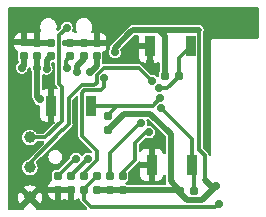
<source format=gbr>
%TF.GenerationSoftware,KiCad,Pcbnew,(6.0.9)*%
%TF.CreationDate,2023-01-31T14:43:12+01:00*%
%TF.ProjectId,keyring_beerclock,6b657972-696e-4675-9f62-656572636c6f,rev?*%
%TF.SameCoordinates,Original*%
%TF.FileFunction,Copper,L2,Bot*%
%TF.FilePolarity,Positive*%
%FSLAX46Y46*%
G04 Gerber Fmt 4.6, Leading zero omitted, Abs format (unit mm)*
G04 Created by KiCad (PCBNEW (6.0.9)) date 2023-01-31 14:43:12*
%MOMM*%
%LPD*%
G01*
G04 APERTURE LIST*
G04 Aperture macros list*
%AMRoundRect*
0 Rectangle with rounded corners*
0 $1 Rounding radius*
0 $2 $3 $4 $5 $6 $7 $8 $9 X,Y pos of 4 corners*
0 Add a 4 corners polygon primitive as box body*
4,1,4,$2,$3,$4,$5,$6,$7,$8,$9,$2,$3,0*
0 Add four circle primitives for the rounded corners*
1,1,$1+$1,$2,$3*
1,1,$1+$1,$4,$5*
1,1,$1+$1,$6,$7*
1,1,$1+$1,$8,$9*
0 Add four rect primitives between the rounded corners*
20,1,$1+$1,$2,$3,$4,$5,0*
20,1,$1+$1,$4,$5,$6,$7,0*
20,1,$1+$1,$6,$7,$8,$9,0*
20,1,$1+$1,$8,$9,$2,$3,0*%
G04 Aperture macros list end*
%TA.AperFunction,SMDPad,CuDef*%
%ADD10C,1.000000*%
%TD*%
%TA.AperFunction,SMDPad,CuDef*%
%ADD11R,0.900000X1.700000*%
%TD*%
%TA.AperFunction,SMDPad,CuDef*%
%ADD12RoundRect,0.160000X-0.197500X-0.160000X0.197500X-0.160000X0.197500X0.160000X-0.197500X0.160000X0*%
%TD*%
%TA.AperFunction,SMDPad,CuDef*%
%ADD13RoundRect,0.160000X-0.160000X0.197500X-0.160000X-0.197500X0.160000X-0.197500X0.160000X0.197500X0*%
%TD*%
%TA.AperFunction,SMDPad,CuDef*%
%ADD14RoundRect,0.160000X0.160000X-0.197500X0.160000X0.197500X-0.160000X0.197500X-0.160000X-0.197500X0*%
%TD*%
%TA.AperFunction,SMDPad,CuDef*%
%ADD15RoundRect,0.155000X0.155000X-0.212500X0.155000X0.212500X-0.155000X0.212500X-0.155000X-0.212500X0*%
%TD*%
%TA.AperFunction,ViaPad*%
%ADD16C,0.700000*%
%TD*%
%TA.AperFunction,Conductor*%
%ADD17C,0.500000*%
%TD*%
%TA.AperFunction,Conductor*%
%ADD18C,0.300000*%
%TD*%
G04 APERTURE END LIST*
D10*
%TO.P,J5,1,Pin_1*%
%TO.N,GND*%
X141500000Y-118780000D03*
%TD*%
%TO.P,J4,1,Pin_1*%
%TO.N,UDPI*%
X141500000Y-116240000D03*
%TD*%
%TO.P,J3,1,Pin_1*%
%TO.N,VCC*%
X141500000Y-113700000D03*
%TD*%
D11*
%TO.P,SW4,2,2*%
%TO.N,GND*%
X143300000Y-111000000D03*
%TO.P,SW4,1,1*%
%TO.N,BTN_MID*%
X146700000Y-111000000D03*
%TD*%
%TO.P,SW3,2,2*%
%TO.N,GND*%
X151800000Y-116000000D03*
%TO.P,SW3,1,1*%
%TO.N,BTN_RIGHT*%
X155200000Y-116000000D03*
%TD*%
%TO.P,SW2,2,2*%
%TO.N,GND*%
X151700000Y-106000000D03*
%TO.P,SW2,1,1*%
%TO.N,BTN_LEFT*%
X155100000Y-106000000D03*
%TD*%
D12*
%TO.P,R6,1*%
%TO.N,+3V3*%
X152902500Y-108500000D03*
%TO.P,R6,2*%
%TO.N,BTN_LEFT*%
X154097500Y-108500000D03*
%TD*%
D13*
%TO.P,R11,2*%
%TO.N,GND*%
X143860000Y-118147500D03*
%TO.P,R11,1*%
%TO.N,/CC1*%
X143860000Y-116952500D03*
%TD*%
%TO.P,R10,2*%
%TO.N,GND*%
X144962000Y-118147500D03*
%TO.P,R10,1*%
%TO.N,/CC2*%
X144962000Y-116952500D03*
%TD*%
%TO.P,R9,1*%
%TO.N,/-Piezo*%
X147164000Y-116952500D03*
%TO.P,R9,2*%
%TO.N,+3V3*%
X147164000Y-118147500D03*
%TD*%
%TO.P,R8,1*%
%TO.N,SENSE*%
X146066000Y-116952500D03*
%TO.P,R8,2*%
%TO.N,/-Piezo*%
X146066000Y-118147500D03*
%TD*%
D12*
%TO.P,R7,1*%
%TO.N,+3V3*%
X154202500Y-118200000D03*
%TO.P,R7,2*%
%TO.N,BTN_RIGHT*%
X155397500Y-118200000D03*
%TD*%
D14*
%TO.P,R5,1*%
%TO.N,+3V3*%
X148100000Y-113097500D03*
%TO.P,R5,2*%
%TO.N,BTN_MID*%
X148100000Y-111902500D03*
%TD*%
%TO.P,R4,2*%
%TO.N,SDA*%
X149368000Y-116952500D03*
%TO.P,R4,1*%
%TO.N,+3V3*%
X149368000Y-118147500D03*
%TD*%
%TO.P,R3,2*%
%TO.N,SCL*%
X148270000Y-116952500D03*
%TO.P,R3,1*%
%TO.N,+3V3*%
X148270000Y-118147500D03*
%TD*%
%TO.P,R1,2*%
%TO.N,GND*%
X140978000Y-105632500D03*
%TO.P,R1,1*%
%TO.N,/CRG_PROG*%
X140978000Y-106827500D03*
%TD*%
D15*
%TO.P,C10,2*%
%TO.N,GND*%
X144924000Y-105682500D03*
%TO.P,C10,1*%
%TO.N,+3V3*%
X144924000Y-106817500D03*
%TD*%
%TO.P,C8,2*%
%TO.N,GND*%
X147160000Y-105682500D03*
%TO.P,C8,1*%
%TO.N,/bypass*%
X147160000Y-106817500D03*
%TD*%
%TO.P,C7,2*%
%TO.N,GND*%
X142106000Y-105682500D03*
%TO.P,C7,1*%
%TO.N,/BAT+*%
X142106000Y-106817500D03*
%TD*%
%TO.P,C4,1*%
%TO.N,/VBUS*%
X143250000Y-106817500D03*
%TO.P,C4,2*%
%TO.N,GND*%
X143250000Y-105682500D03*
%TD*%
%TO.P,C3,2*%
%TO.N,GND*%
X146042000Y-105682500D03*
%TO.P,C3,1*%
%TO.N,/PWR_IN*%
X146042000Y-106817500D03*
%TD*%
D16*
%TO.N,GND*%
X156500000Y-109700000D03*
X151700000Y-107300000D03*
X153500000Y-103000000D03*
X152400000Y-103000000D03*
X151300000Y-103000000D03*
%TO.N,/BAT+*%
X142058148Y-107786248D03*
%TO.N,/VBUS*%
X142900000Y-107900000D03*
%TO.N,/BAT+*%
X142350499Y-110488624D03*
%TO.N,/CRG_PROG*%
X140800000Y-107800000D03*
%TO.N,GND*%
X142182062Y-112519647D03*
X150300000Y-116900000D03*
X140700000Y-117000000D03*
X145000000Y-119300000D03*
%TO.N,+3V3*%
X148690249Y-106509751D03*
X144599500Y-107799750D03*
X157282868Y-117795000D03*
%TO.N,VCC*%
X144600000Y-104400000D03*
%TO.N,/bypass*%
X146564798Y-108149000D03*
%TO.N,/PWR_IN*%
X145500000Y-108149000D03*
%TO.N,/-Piezo*%
X157500000Y-119300000D03*
%TO.N,/CC2*%
X146390734Y-115490734D03*
%TO.N,/CC1*%
X145400000Y-115500000D03*
%TO.N,SENSE*%
X147800000Y-108700000D03*
%TO.N,BTN_RIGHT*%
X152605368Y-111242943D03*
%TO.N,BTN_MID*%
X152500000Y-110400000D03*
%TO.N,BTN_LEFT*%
X152399500Y-109556463D03*
%TO.N,UDPI*%
X151800000Y-108900000D03*
%TO.N,SCL*%
X150900000Y-112500000D03*
%TO.N,SDA*%
X151600000Y-113250498D03*
%TD*%
D17*
%TO.N,+3V3*%
X155800000Y-104600000D02*
X152400000Y-104600000D01*
D18*
X155850000Y-114750000D02*
X156300000Y-115200000D01*
X155850000Y-104650000D02*
X155850000Y-114750000D01*
X156300000Y-115200000D02*
X156300000Y-117300000D01*
X155800000Y-104600000D02*
X155850000Y-104650000D01*
D17*
X148690249Y-106509751D02*
X148690249Y-106109751D01*
X148690249Y-106109751D02*
X150000000Y-104800000D01*
%TO.N,/BAT+*%
X142071900Y-107800000D02*
X142058148Y-107786248D01*
X142100000Y-107800000D02*
X142071900Y-107800000D01*
X142100000Y-107800000D02*
X142100000Y-106823500D01*
X142100000Y-110238125D02*
X142100000Y-107800000D01*
D18*
%TO.N,+3V3*%
X144546944Y-107194556D02*
X144924000Y-106817500D01*
X144546944Y-107747194D02*
X144546944Y-107194556D01*
X144599500Y-107799750D02*
X144546944Y-107747194D01*
D17*
%TO.N,/bypass*%
X146653943Y-108149000D02*
X147160000Y-107642943D01*
X146564798Y-108149000D02*
X146653943Y-108149000D01*
X147160000Y-107642943D02*
X147160000Y-106817500D01*
%TO.N,/PWR_IN*%
X146042000Y-107097339D02*
X146042000Y-106817500D01*
X145500000Y-108149000D02*
X145500000Y-107639339D01*
X145500000Y-107639339D02*
X146042000Y-107097339D01*
%TO.N,/VBUS*%
X142900000Y-107900000D02*
X142900000Y-107167500D01*
X142900000Y-107167500D02*
X143250000Y-106817500D01*
%TO.N,/BAT+*%
X142100000Y-106823500D02*
X142106000Y-106817500D01*
X142350499Y-110488624D02*
X142100000Y-110238125D01*
%TO.N,/CRG_PROG*%
X140978000Y-107622000D02*
X140800000Y-107800000D01*
X140978000Y-106827500D02*
X140978000Y-107622000D01*
D18*
%TO.N,UDPI*%
X150700000Y-107800000D02*
X151800000Y-108900000D01*
X147150000Y-108430761D02*
X147780761Y-107800000D01*
X147780761Y-107800000D02*
X150700000Y-107800000D01*
X147150000Y-109050000D02*
X147150000Y-108430761D01*
X145913604Y-109250000D02*
X146950000Y-109250000D01*
X144800000Y-112600000D02*
X144800000Y-110363604D01*
X144800000Y-110363604D02*
X145913604Y-109250000D01*
X144240000Y-113100000D02*
X144300000Y-113100000D01*
X144300000Y-113100000D02*
X144800000Y-112600000D01*
X141500000Y-116240000D02*
X141500000Y-115840000D01*
X146950000Y-109250000D02*
X147150000Y-109050000D01*
X141500000Y-115840000D02*
X144240000Y-113100000D01*
%TO.N,VCC*%
X142800000Y-113700000D02*
X141500000Y-113700000D01*
X144200000Y-109400000D02*
X144200000Y-112300000D01*
X143950000Y-105050000D02*
X143950000Y-109150000D01*
X143950000Y-109150000D02*
X144200000Y-109400000D01*
X144200000Y-112300000D02*
X142800000Y-113700000D01*
X144600000Y-104400000D02*
X143950000Y-105050000D01*
%TO.N,/CC1*%
X145400000Y-115500000D02*
X145312500Y-115500000D01*
X145312500Y-115500000D02*
X143860000Y-116952500D01*
%TO.N,/CC2*%
X146390734Y-115490734D02*
X144962000Y-116919468D01*
X144962000Y-116919468D02*
X144962000Y-116952500D01*
D17*
%TO.N,+3V3*%
X156300000Y-117300000D02*
X156795000Y-117795000D01*
X156795000Y-117795000D02*
X157282868Y-117795000D01*
X152400000Y-104600000D02*
X150200000Y-104600000D01*
X150200000Y-104600000D02*
X150000000Y-104800000D01*
X152902500Y-105102500D02*
X152400000Y-104600000D01*
X152902500Y-108500000D02*
X152902500Y-105102500D01*
X149497500Y-111700000D02*
X148100000Y-113097500D01*
X151700000Y-111700000D02*
X149497500Y-111700000D01*
X153400000Y-117397500D02*
X153400000Y-113400000D01*
X153400000Y-113400000D02*
X151700000Y-111700000D01*
X154202500Y-118200000D02*
X153400000Y-117397500D01*
X154202500Y-118402500D02*
X154202500Y-118200000D01*
X156077868Y-119000000D02*
X154800000Y-119000000D01*
X157282868Y-117795000D02*
X156077868Y-119000000D01*
X154800000Y-119000000D02*
X154202500Y-118402500D01*
X154150000Y-118147500D02*
X154202500Y-118200000D01*
X149368000Y-118147500D02*
X154150000Y-118147500D01*
D18*
%TO.N,BTN_RIGHT*%
X155397500Y-116197500D02*
X155200000Y-116000000D01*
X155397500Y-118200000D02*
X155397500Y-116197500D01*
%TO.N,/-Piezo*%
X146700000Y-119600000D02*
X146066000Y-118966000D01*
X157200000Y-119600000D02*
X146700000Y-119600000D01*
X146066000Y-118966000D02*
X146066000Y-118147500D01*
X157500000Y-119300000D02*
X157200000Y-119600000D01*
%TO.N,SENSE*%
X146066000Y-116734000D02*
X146066000Y-116952500D01*
X147166000Y-115634000D02*
X146066000Y-116734000D01*
X147166000Y-114866000D02*
X147166000Y-115634000D01*
X146100000Y-109700000D02*
X145900000Y-109900000D01*
X147500000Y-109700000D02*
X146100000Y-109700000D01*
X145900000Y-113600000D02*
X147166000Y-114866000D01*
X147800000Y-109400000D02*
X147500000Y-109700000D01*
X147800000Y-108700000D02*
X147800000Y-109400000D01*
X145900000Y-109900000D02*
X145900000Y-113600000D01*
%TO.N,BTN_MID*%
X148100000Y-111800000D02*
X148100000Y-111902500D01*
X148900000Y-111000000D02*
X148100000Y-111800000D01*
X148900000Y-111000000D02*
X151900000Y-111000000D01*
X146700000Y-111000000D02*
X148900000Y-111000000D01*
D17*
%TO.N,+3V3*%
X149368000Y-118147500D02*
X148270000Y-118147500D01*
X147164000Y-118147500D02*
X148270000Y-118147500D01*
D18*
%TO.N,/-Piezo*%
X146066000Y-118050500D02*
X147164000Y-116952500D01*
X146066000Y-118147500D02*
X146066000Y-118050500D01*
%TO.N,BTN_LEFT*%
X154097500Y-107002500D02*
X155100000Y-106000000D01*
X154097500Y-108500000D02*
X154097500Y-107002500D01*
X153143537Y-109556463D02*
X152399500Y-109556463D01*
X154097500Y-108602500D02*
X153143537Y-109556463D01*
X154097500Y-108500000D02*
X154097500Y-108602500D01*
%TO.N,BTN_MID*%
X151900000Y-111000000D02*
X152500000Y-110400000D01*
%TO.N,BTN_RIGHT*%
X155200000Y-113837575D02*
X152605368Y-111242943D01*
X155200000Y-116000000D02*
X155200000Y-113837575D01*
%TO.N,SDA*%
X150400000Y-114200000D02*
X151349502Y-113250498D01*
X150400000Y-115600000D02*
X150400000Y-114200000D01*
X149368000Y-116632000D02*
X150400000Y-115600000D01*
X149368000Y-116952500D02*
X149368000Y-116632000D01*
X151349502Y-113250498D02*
X151600000Y-113250498D01*
%TO.N,SCL*%
X150800000Y-112500000D02*
X150900000Y-112500000D01*
X148270000Y-115030000D02*
X150800000Y-112500000D01*
X148270000Y-116952500D02*
X148270000Y-115030000D01*
%TD*%
%TA.AperFunction,Conductor*%
%TO.N,GND*%
G36*
X160791621Y-102670502D02*
G01*
X160838114Y-102724158D01*
X160849500Y-102776500D01*
X160849500Y-105223500D01*
X160829498Y-105291621D01*
X160775842Y-105338114D01*
X160723500Y-105349500D01*
X157036402Y-105349500D01*
X157028685Y-105348484D01*
X157016022Y-105348484D01*
X157000000Y-105344191D01*
X156983978Y-105348484D01*
X156980186Y-105349500D01*
X156938120Y-105360771D01*
X156938119Y-105360772D01*
X156922096Y-105365065D01*
X156865065Y-105422095D01*
X156844191Y-105500000D01*
X156848484Y-105516022D01*
X156848484Y-105528685D01*
X156849500Y-105536402D01*
X156849500Y-115125237D01*
X156829498Y-115193358D01*
X156775842Y-115239851D01*
X156705568Y-115249955D01*
X156640988Y-115220461D01*
X156602604Y-115160735D01*
X156600583Y-115152937D01*
X156598662Y-115144414D01*
X156598226Y-115132792D01*
X156593636Y-115122108D01*
X156592599Y-115117507D01*
X156589038Y-115105786D01*
X156587339Y-115101383D01*
X156585209Y-115089947D01*
X156572272Y-115068959D01*
X156563769Y-115052589D01*
X156557549Y-115038112D01*
X156557547Y-115038108D01*
X156554036Y-115029937D01*
X156550022Y-115025051D01*
X156547837Y-115022866D01*
X156545785Y-115020603D01*
X156545945Y-115020458D01*
X156538825Y-115011451D01*
X156532573Y-115004556D01*
X156526468Y-114994652D01*
X156504680Y-114978084D01*
X156491861Y-114966890D01*
X156187405Y-114662434D01*
X156153379Y-114600122D01*
X156150500Y-114573339D01*
X156150500Y-104824532D01*
X156164233Y-104767329D01*
X156181145Y-104734137D01*
X156185646Y-104725304D01*
X156188604Y-104706631D01*
X156203941Y-104609793D01*
X156205492Y-104600000D01*
X156197921Y-104552196D01*
X156187197Y-104484487D01*
X156187196Y-104484485D01*
X156185646Y-104474696D01*
X156128050Y-104361658D01*
X156038342Y-104271950D01*
X155925304Y-104214354D01*
X155915515Y-104212804D01*
X155915513Y-104212803D01*
X155888151Y-104208470D01*
X155831519Y-104199500D01*
X150136567Y-104199500D01*
X150127136Y-104202564D01*
X150127132Y-104202565D01*
X150115647Y-104206297D01*
X150096422Y-104210913D01*
X150084488Y-104212803D01*
X150084487Y-104212803D01*
X150074696Y-104214354D01*
X150065863Y-104218855D01*
X150065859Y-104218856D01*
X150055092Y-104224342D01*
X150036832Y-104231906D01*
X150015911Y-104238704D01*
X150007888Y-104244533D01*
X149998113Y-104251635D01*
X149981258Y-104261963D01*
X149970499Y-104267445D01*
X149970497Y-104267446D01*
X149961658Y-104271950D01*
X149939095Y-104294513D01*
X149939091Y-104294516D01*
X148384765Y-105848842D01*
X148384762Y-105848846D01*
X148362199Y-105871409D01*
X148357695Y-105880249D01*
X148352214Y-105891006D01*
X148341888Y-105907858D01*
X148328953Y-105925661D01*
X148322156Y-105946581D01*
X148314590Y-105964845D01*
X148309105Y-105975610D01*
X148309104Y-105975614D01*
X148304603Y-105984447D01*
X148303052Y-105994238D01*
X148303052Y-105994239D01*
X148301162Y-106006173D01*
X148296546Y-106025398D01*
X148292814Y-106036883D01*
X148292813Y-106036887D01*
X148289749Y-106046318D01*
X148289749Y-106163095D01*
X148269856Y-106229613D01*
X148267626Y-106232139D01*
X148206696Y-106361914D01*
X148205315Y-106370786D01*
X148192742Y-106451539D01*
X148184640Y-106503574D01*
X148185804Y-106512476D01*
X148185804Y-106512479D01*
X148192900Y-106566743D01*
X148203229Y-106645730D01*
X148260969Y-106776954D01*
X148266746Y-106783827D01*
X148266747Y-106783828D01*
X148325681Y-106853939D01*
X148353219Y-106886699D01*
X148412891Y-106926420D01*
X148456661Y-106955556D01*
X148472562Y-106966141D01*
X148609406Y-107008893D01*
X148618378Y-107009057D01*
X148618381Y-107009058D01*
X148683712Y-107010255D01*
X148752748Y-107011521D01*
X148761782Y-107009058D01*
X148882407Y-106976172D01*
X148882409Y-106976171D01*
X148891066Y-106973811D01*
X149013240Y-106898796D01*
X149016976Y-106894669D01*
X150742001Y-106894669D01*
X150742371Y-106901490D01*
X150747895Y-106952352D01*
X150751521Y-106967604D01*
X150796676Y-107088054D01*
X150805214Y-107103649D01*
X150881715Y-107205724D01*
X150894276Y-107218285D01*
X150996351Y-107294786D01*
X151011946Y-107303324D01*
X151132394Y-107348478D01*
X151147649Y-107352105D01*
X151198514Y-107357631D01*
X151205328Y-107358000D01*
X151427885Y-107358000D01*
X151443124Y-107353525D01*
X151444329Y-107352135D01*
X151446000Y-107344452D01*
X151446000Y-106272115D01*
X151441525Y-106256876D01*
X151440135Y-106255671D01*
X151432452Y-106254000D01*
X150760116Y-106254000D01*
X150744877Y-106258475D01*
X150743672Y-106259865D01*
X150742001Y-106267548D01*
X150742001Y-106894669D01*
X149016976Y-106894669D01*
X149044078Y-106864727D01*
X149103427Y-106799158D01*
X149109449Y-106792505D01*
X149171959Y-106663484D01*
X149195745Y-106522105D01*
X149195896Y-106509751D01*
X149175572Y-106367833D01*
X149171859Y-106359666D01*
X149171857Y-106359660D01*
X149156390Y-106325642D01*
X149146404Y-106255351D01*
X149176005Y-106190820D01*
X149181996Y-106184397D01*
X150328988Y-105037405D01*
X150391300Y-105003379D01*
X150418083Y-105000500D01*
X150616000Y-105000500D01*
X150684121Y-105020502D01*
X150730614Y-105074158D01*
X150742000Y-105126500D01*
X150742000Y-105727885D01*
X150746475Y-105743124D01*
X150747865Y-105744329D01*
X150755548Y-105746000D01*
X151828000Y-105746000D01*
X151896121Y-105766002D01*
X151942614Y-105819658D01*
X151954000Y-105872000D01*
X151954000Y-107339884D01*
X151958475Y-107355123D01*
X151959865Y-107356328D01*
X151967548Y-107357999D01*
X152194669Y-107357999D01*
X152201490Y-107357629D01*
X152252352Y-107352105D01*
X152267603Y-107348479D01*
X152331770Y-107324424D01*
X152402577Y-107319241D01*
X152464946Y-107353162D01*
X152499076Y-107415417D01*
X152502000Y-107442406D01*
X152502000Y-108051677D01*
X152481998Y-108119798D01*
X152465172Y-108140695D01*
X152452585Y-108153304D01*
X152452583Y-108153306D01*
X152444365Y-108161539D01*
X152439663Y-108172175D01*
X152439661Y-108172178D01*
X152417419Y-108222488D01*
X152397594Y-108267332D01*
X152394500Y-108293871D01*
X152394500Y-108483888D01*
X152374498Y-108552009D01*
X152320842Y-108598502D01*
X152250568Y-108608606D01*
X152185988Y-108579112D01*
X152173047Y-108566136D01*
X152159068Y-108549913D01*
X152132400Y-108518963D01*
X152012095Y-108440985D01*
X151874739Y-108399907D01*
X151865763Y-108399852D01*
X151865762Y-108399852D01*
X151826987Y-108399615D01*
X151775694Y-108399302D01*
X151707698Y-108378884D01*
X151687370Y-108362399D01*
X150949519Y-107624548D01*
X150947763Y-107622514D01*
X150945425Y-107617731D01*
X150909523Y-107584427D01*
X150906118Y-107581147D01*
X150892723Y-107567752D01*
X150888753Y-107565028D01*
X150886105Y-107562703D01*
X150871881Y-107549508D01*
X150871878Y-107549506D01*
X150863354Y-107541599D01*
X150852550Y-107537289D01*
X150848561Y-107534767D01*
X150837773Y-107529006D01*
X150833448Y-107527089D01*
X150823854Y-107520508D01*
X150812535Y-107517822D01*
X150812533Y-107517821D01*
X150799873Y-107514817D01*
X150782276Y-107509252D01*
X150767638Y-107503412D01*
X150767635Y-107503411D01*
X150759378Y-107500117D01*
X150753085Y-107499500D01*
X150750006Y-107499500D01*
X150746933Y-107499350D01*
X150746944Y-107499134D01*
X150735569Y-107497802D01*
X150726254Y-107497346D01*
X150714934Y-107494660D01*
X150703405Y-107496229D01*
X150703404Y-107496229D01*
X150687827Y-107498349D01*
X150670836Y-107499500D01*
X147833127Y-107499500D01*
X147830454Y-107499304D01*
X147825419Y-107497575D01*
X147813797Y-107498011D01*
X147813795Y-107498011D01*
X147776506Y-107499411D01*
X147771780Y-107499500D01*
X147752813Y-107499500D01*
X147748078Y-107500382D01*
X147744552Y-107500610D01*
X147725181Y-107501337D01*
X147725179Y-107501337D01*
X147713553Y-107501774D01*
X147709509Y-107503512D01*
X147643348Y-107499274D01*
X147586197Y-107457152D01*
X147560891Y-107390819D01*
X147560500Y-107380894D01*
X147560500Y-107256797D01*
X147575756Y-107207495D01*
X147571439Y-107205587D01*
X147576143Y-107194946D01*
X147617456Y-107101498D01*
X147620500Y-107075390D01*
X147620500Y-106559610D01*
X147621462Y-106559610D01*
X147636463Y-106494509D01*
X147681029Y-106448473D01*
X147720598Y-106424509D01*
X147732473Y-106415197D01*
X147835197Y-106312473D01*
X147844504Y-106300604D01*
X147919765Y-106176334D01*
X147925971Y-106162589D01*
X147969685Y-106023096D01*
X147972298Y-106010046D01*
X147977537Y-105953038D01*
X147973525Y-105939376D01*
X147972135Y-105938171D01*
X147964452Y-105936500D01*
X144376500Y-105936500D01*
X144308379Y-105916498D01*
X144261886Y-105862842D01*
X144250500Y-105810500D01*
X144250500Y-105554500D01*
X144270502Y-105486379D01*
X144324158Y-105439886D01*
X144376500Y-105428500D01*
X146887885Y-105428500D01*
X146903124Y-105424025D01*
X146904329Y-105422635D01*
X146906000Y-105414952D01*
X146906000Y-105410385D01*
X147414000Y-105410385D01*
X147418475Y-105425624D01*
X147419865Y-105426829D01*
X147427548Y-105428500D01*
X147959885Y-105428500D01*
X147975124Y-105424025D01*
X147976329Y-105422635D01*
X147977813Y-105415814D01*
X147977734Y-105414112D01*
X147972298Y-105354954D01*
X147969685Y-105341904D01*
X147925971Y-105202411D01*
X147919765Y-105188666D01*
X147844504Y-105064396D01*
X147835197Y-105052527D01*
X147732473Y-104949803D01*
X147720604Y-104940496D01*
X147596334Y-104865235D01*
X147582589Y-104859029D01*
X147443088Y-104815313D01*
X147431497Y-104812991D01*
X147417165Y-104815806D01*
X147414000Y-104827702D01*
X147414000Y-105410385D01*
X146906000Y-105410385D01*
X146906000Y-104829342D01*
X146901729Y-104814797D01*
X146889698Y-104812752D01*
X146876909Y-104815313D01*
X146819506Y-104833302D01*
X146748521Y-104834586D01*
X146688111Y-104797289D01*
X146657455Y-104733252D01*
X146666287Y-104662807D01*
X146670474Y-104654109D01*
X146715222Y-104569596D01*
X146715226Y-104569586D01*
X146718776Y-104562881D01*
X146760081Y-104398441D01*
X146760228Y-104370491D01*
X146760767Y-104267445D01*
X146760969Y-104228895D01*
X146756280Y-104209362D01*
X146723161Y-104071417D01*
X146721388Y-104064032D01*
X146693573Y-104010140D01*
X146647108Y-103920117D01*
X146647108Y-103920116D01*
X146643625Y-103913369D01*
X146638313Y-103907279D01*
X146537163Y-103791329D01*
X146532169Y-103785604D01*
X146473649Y-103744475D01*
X146399670Y-103692482D01*
X146399668Y-103692481D01*
X146393453Y-103688113D01*
X146235487Y-103626524D01*
X146227954Y-103625532D01*
X146227953Y-103625532D01*
X146110261Y-103610038D01*
X146110260Y-103610038D01*
X146106174Y-103609500D01*
X146017484Y-103609500D01*
X145891680Y-103624724D01*
X145733077Y-103684655D01*
X145593349Y-103780688D01*
X145588297Y-103786358D01*
X145588296Y-103786359D01*
X145485612Y-103901608D01*
X145485610Y-103901612D01*
X145480560Y-103907279D01*
X145477008Y-103913988D01*
X145477007Y-103913989D01*
X145461532Y-103943217D01*
X145401224Y-104057119D01*
X145359919Y-104221559D01*
X145359031Y-104391105D01*
X145360805Y-104398492D01*
X145360805Y-104398496D01*
X145388179Y-104512511D01*
X145398612Y-104555968D01*
X145402094Y-104562715D01*
X145402097Y-104562722D01*
X145456764Y-104668636D01*
X145470234Y-104738343D01*
X145443879Y-104804266D01*
X145386067Y-104845476D01*
X145315152Y-104848889D01*
X145307121Y-104846661D01*
X145207090Y-104815314D01*
X145194046Y-104812702D01*
X145147580Y-104808432D01*
X145081575Y-104782281D01*
X145040187Y-104724596D01*
X145036555Y-104653693D01*
X145045717Y-104628023D01*
X145077795Y-104561814D01*
X145077795Y-104561813D01*
X145081710Y-104553733D01*
X145105496Y-104412354D01*
X145105647Y-104400000D01*
X145090541Y-104294516D01*
X145086596Y-104266968D01*
X145086595Y-104266965D01*
X145085323Y-104258082D01*
X145076513Y-104238704D01*
X145059040Y-104200275D01*
X145025984Y-104127572D01*
X145007598Y-104106234D01*
X144938260Y-104025763D01*
X144938257Y-104025760D01*
X144932400Y-104018963D01*
X144812095Y-103940985D01*
X144674739Y-103899907D01*
X144665763Y-103899852D01*
X144665762Y-103899852D01*
X144605555Y-103899484D01*
X144531376Y-103899031D01*
X144393529Y-103938428D01*
X144272280Y-104014930D01*
X144177377Y-104122388D01*
X144116447Y-104252163D01*
X144114142Y-104266968D01*
X144098024Y-104370491D01*
X144094391Y-104393823D01*
X144095959Y-104405810D01*
X144096383Y-104409052D01*
X144085384Y-104479192D01*
X144060542Y-104514487D01*
X143942727Y-104632302D01*
X143880415Y-104666328D01*
X143809600Y-104661263D01*
X143752764Y-104618716D01*
X143727953Y-104552196D01*
X143731428Y-104512511D01*
X143743146Y-104465863D01*
X143760081Y-104398441D01*
X143760228Y-104370491D01*
X143760767Y-104267445D01*
X143760969Y-104228895D01*
X143756280Y-104209362D01*
X143723161Y-104071417D01*
X143721388Y-104064032D01*
X143693573Y-104010140D01*
X143647108Y-103920117D01*
X143647108Y-103920116D01*
X143643625Y-103913369D01*
X143638313Y-103907279D01*
X143537163Y-103791329D01*
X143532169Y-103785604D01*
X143473649Y-103744475D01*
X143399670Y-103692482D01*
X143399668Y-103692481D01*
X143393453Y-103688113D01*
X143235487Y-103626524D01*
X143227954Y-103625532D01*
X143227953Y-103625532D01*
X143110261Y-103610038D01*
X143110260Y-103610038D01*
X143106174Y-103609500D01*
X143017484Y-103609500D01*
X142891680Y-103624724D01*
X142733077Y-103684655D01*
X142593349Y-103780688D01*
X142588297Y-103786358D01*
X142588296Y-103786359D01*
X142485612Y-103901608D01*
X142485610Y-103901612D01*
X142480560Y-103907279D01*
X142477008Y-103913988D01*
X142477007Y-103913989D01*
X142461532Y-103943217D01*
X142401224Y-104057119D01*
X142359919Y-104221559D01*
X142359031Y-104391105D01*
X142360805Y-104398492D01*
X142360805Y-104398496D01*
X142388179Y-104512511D01*
X142398612Y-104555968D01*
X142402093Y-104562712D01*
X142402094Y-104562715D01*
X142440166Y-104636477D01*
X142453635Y-104706184D01*
X142427280Y-104772108D01*
X142369467Y-104813317D01*
X142363519Y-104814924D01*
X142363359Y-104815077D01*
X142360000Y-104827702D01*
X142360000Y-105410385D01*
X142364475Y-105425624D01*
X142365865Y-105426829D01*
X142373548Y-105428500D01*
X143523500Y-105428500D01*
X143591621Y-105448502D01*
X143638114Y-105502158D01*
X143649500Y-105554500D01*
X143649500Y-105810500D01*
X143629498Y-105878621D01*
X143575842Y-105925114D01*
X143523500Y-105936500D01*
X141344905Y-105936500D01*
X141276784Y-105916498D01*
X141262393Y-105905725D01*
X141242135Y-105888171D01*
X141234452Y-105886500D01*
X140168402Y-105886500D01*
X140153857Y-105890771D01*
X140151794Y-105902904D01*
X140155751Y-105945973D01*
X140158361Y-105959006D01*
X140202439Y-106099661D01*
X140208645Y-106113406D01*
X140284533Y-106238711D01*
X140293840Y-106250580D01*
X140397420Y-106354160D01*
X140409292Y-106363470D01*
X140462037Y-106395413D01*
X140509944Y-106447810D01*
X140521917Y-106517790D01*
X140516056Y-106539291D01*
X140516917Y-106539526D01*
X140514425Y-106548666D01*
X140510594Y-106557332D01*
X140507500Y-106583871D01*
X140507501Y-107071128D01*
X140510722Y-107098204D01*
X140514562Y-107106849D01*
X140552749Y-107192820D01*
X140557302Y-107203071D01*
X140557303Y-107203074D01*
X140557677Y-107203915D01*
X140557578Y-107203959D01*
X140577500Y-107268121D01*
X140577500Y-107279056D01*
X140557498Y-107347177D01*
X140518736Y-107385617D01*
X140479873Y-107410138D01*
X140479868Y-107410143D01*
X140472280Y-107414930D01*
X140377377Y-107522388D01*
X140316447Y-107652163D01*
X140309660Y-107695757D01*
X140297207Y-107775738D01*
X140294391Y-107793823D01*
X140295555Y-107802725D01*
X140295555Y-107802728D01*
X140302356Y-107854737D01*
X140312980Y-107935979D01*
X140316597Y-107944199D01*
X140363858Y-108051607D01*
X140370720Y-108067203D01*
X140376497Y-108074076D01*
X140376498Y-108074077D01*
X140415522Y-108120502D01*
X140462970Y-108176948D01*
X140488198Y-108193741D01*
X140563526Y-108243884D01*
X140582313Y-108256390D01*
X140719157Y-108299142D01*
X140728129Y-108299306D01*
X140728132Y-108299307D01*
X140793463Y-108300504D01*
X140862499Y-108301770D01*
X140872080Y-108299158D01*
X140992158Y-108266421D01*
X140992160Y-108266420D01*
X141000817Y-108264060D01*
X141122991Y-108189045D01*
X141138676Y-108171717D01*
X141213178Y-108089407D01*
X141219200Y-108082754D01*
X141276710Y-107964053D01*
X141277795Y-107961814D01*
X141277795Y-107961813D01*
X141281710Y-107953733D01*
X141288672Y-107912354D01*
X141290488Y-107901560D01*
X141307486Y-107861073D01*
X141306050Y-107860342D01*
X141316035Y-107840745D01*
X141326361Y-107823893D01*
X141337028Y-107809211D01*
X141393249Y-107765860D01*
X141463985Y-107759785D01*
X141526777Y-107792917D01*
X141561688Y-107854737D01*
X141563898Y-107866937D01*
X141571128Y-107922227D01*
X141628868Y-108053451D01*
X141669952Y-108102326D01*
X141698472Y-108167340D01*
X141699500Y-108183400D01*
X141699500Y-110301558D01*
X141702564Y-110310989D01*
X141702565Y-110310993D01*
X141706297Y-110322478D01*
X141710913Y-110341703D01*
X141714354Y-110363429D01*
X141718855Y-110372262D01*
X141718856Y-110372266D01*
X141724341Y-110383031D01*
X141731905Y-110401291D01*
X141738704Y-110422215D01*
X141751639Y-110440018D01*
X141761965Y-110456870D01*
X141771950Y-110476467D01*
X141794513Y-110499030D01*
X141794516Y-110499034D01*
X141824676Y-110529194D01*
X141858702Y-110591506D01*
X141860517Y-110601950D01*
X141863479Y-110624603D01*
X141921219Y-110755827D01*
X142013469Y-110865572D01*
X142132812Y-110945014D01*
X142253577Y-110982743D01*
X142312630Y-111022146D01*
X142341008Y-111087225D01*
X142342000Y-111103008D01*
X142342001Y-111894669D01*
X142342371Y-111901490D01*
X142347895Y-111952352D01*
X142351521Y-111967604D01*
X142396676Y-112088054D01*
X142405214Y-112103649D01*
X142481715Y-112205724D01*
X142494276Y-112218285D01*
X142596351Y-112294786D01*
X142611946Y-112303324D01*
X142732394Y-112348478D01*
X142747649Y-112352105D01*
X142798514Y-112357631D01*
X142805328Y-112358000D01*
X143027885Y-112358000D01*
X143043124Y-112353525D01*
X143044329Y-112352135D01*
X143046000Y-112344452D01*
X143046000Y-109660116D01*
X143041525Y-109644877D01*
X143040135Y-109643672D01*
X143032452Y-109642001D01*
X142805331Y-109642001D01*
X142798510Y-109642371D01*
X142747648Y-109647895D01*
X142732397Y-109651521D01*
X142670730Y-109674639D01*
X142599923Y-109679822D01*
X142537554Y-109645902D01*
X142503425Y-109583646D01*
X142500500Y-109556657D01*
X142500500Y-108467957D01*
X142520502Y-108399836D01*
X142574158Y-108353343D01*
X142644432Y-108343239D01*
X142677673Y-108353301D01*
X142682313Y-108356390D01*
X142819157Y-108399142D01*
X142828129Y-108399306D01*
X142828132Y-108399307D01*
X142893463Y-108400504D01*
X142962499Y-108401770D01*
X142971533Y-108399307D01*
X143092158Y-108366421D01*
X143092160Y-108366420D01*
X143100817Y-108364060D01*
X143222991Y-108289045D01*
X143234630Y-108276187D01*
X143313178Y-108189407D01*
X143319200Y-108182754D01*
X143365310Y-108087582D01*
X143377795Y-108061814D01*
X143377795Y-108061813D01*
X143381710Y-108053733D01*
X143399246Y-107949503D01*
X143422790Y-107901046D01*
X143402604Y-107869636D01*
X143398773Y-107852000D01*
X143386596Y-107766968D01*
X143386595Y-107766965D01*
X143385323Y-107758082D01*
X143325984Y-107627572D01*
X143320312Y-107620989D01*
X143300500Y-107553241D01*
X143300500Y-107461500D01*
X143320502Y-107393379D01*
X143374158Y-107346886D01*
X143426500Y-107335500D01*
X143450390Y-107335500D01*
X143454077Y-107335061D01*
X143454082Y-107335061D01*
X143467637Y-107333448D01*
X143477025Y-107332331D01*
X143485666Y-107328493D01*
X143490108Y-107327272D01*
X143561094Y-107328506D01*
X143620144Y-107367922D01*
X143648510Y-107433005D01*
X143649500Y-107448767D01*
X143649500Y-107834138D01*
X143629498Y-107902259D01*
X143626825Y-107904575D01*
X143648610Y-107955460D01*
X143649500Y-107970408D01*
X143649500Y-109097634D01*
X143649304Y-109100307D01*
X143647575Y-109105342D01*
X143648011Y-109116964D01*
X143648011Y-109116966D01*
X143649411Y-109154255D01*
X143649500Y-109158981D01*
X143649500Y-109177948D01*
X143650382Y-109182683D01*
X143650610Y-109186209D01*
X143651774Y-109217208D01*
X143656364Y-109227893D01*
X143657401Y-109232493D01*
X143660962Y-109244214D01*
X143662661Y-109248617D01*
X143664791Y-109260053D01*
X143675205Y-109276948D01*
X143677727Y-109281039D01*
X143686231Y-109297411D01*
X143692451Y-109311888D01*
X143692453Y-109311892D01*
X143695964Y-109320063D01*
X143699978Y-109324949D01*
X143702163Y-109327134D01*
X143704215Y-109329397D01*
X143704055Y-109329542D01*
X143711175Y-109338549D01*
X143717427Y-109345444D01*
X143723532Y-109355348D01*
X143743646Y-109370643D01*
X143745307Y-109371906D01*
X143758135Y-109383107D01*
X143801933Y-109426905D01*
X143835959Y-109489217D01*
X143830894Y-109560032D01*
X143788347Y-109616868D01*
X143721827Y-109641679D01*
X143712838Y-109642000D01*
X143572115Y-109642000D01*
X143556876Y-109646475D01*
X143555671Y-109647865D01*
X143554000Y-109655548D01*
X143554000Y-112339884D01*
X143564360Y-112375168D01*
X143581069Y-112401166D01*
X143581070Y-112472163D01*
X143549268Y-112525761D01*
X142712434Y-113362595D01*
X142650122Y-113396621D01*
X142623339Y-113399500D01*
X142149124Y-113399500D01*
X142081003Y-113379498D01*
X142045284Y-113344867D01*
X141995836Y-113272920D01*
X141995834Y-113272917D01*
X141991531Y-113266657D01*
X141925574Y-113207891D01*
X141879648Y-113166972D01*
X141879645Y-113166970D01*
X141873976Y-113161919D01*
X141734831Y-113088245D01*
X141718122Y-113084048D01*
X141589498Y-113051740D01*
X141589496Y-113051740D01*
X141582128Y-113049889D01*
X141574530Y-113049849D01*
X141574528Y-113049849D01*
X141507319Y-113049497D01*
X141424684Y-113049065D01*
X141417305Y-113050837D01*
X141417301Y-113050837D01*
X141278967Y-113084048D01*
X141278963Y-113084049D01*
X141271588Y-113085820D01*
X141131679Y-113158032D01*
X141125957Y-113163024D01*
X141125955Y-113163025D01*
X141018759Y-113256538D01*
X141018756Y-113256541D01*
X141013034Y-113261533D01*
X141008667Y-113267747D01*
X140930127Y-113379498D01*
X140922501Y-113390348D01*
X140865309Y-113537039D01*
X140861510Y-113565893D01*
X140848132Y-113667512D01*
X140844758Y-113693138D01*
X140862035Y-113849633D01*
X140916143Y-113997490D01*
X140920380Y-114003796D01*
X140920382Y-114003799D01*
X140928368Y-114015683D01*
X141003958Y-114128172D01*
X141120410Y-114234135D01*
X141127085Y-114237759D01*
X141252099Y-114305637D01*
X141252101Y-114305638D01*
X141258776Y-114309262D01*
X141266125Y-114311190D01*
X141403719Y-114347287D01*
X141403721Y-114347287D01*
X141411069Y-114349215D01*
X141494380Y-114350524D01*
X141560898Y-114351569D01*
X141560901Y-114351569D01*
X141568495Y-114351688D01*
X141721968Y-114316538D01*
X141862625Y-114245795D01*
X141901991Y-114212173D01*
X141976574Y-114148474D01*
X141976576Y-114148471D01*
X141982348Y-114143542D01*
X141990382Y-114132362D01*
X142047429Y-114052974D01*
X142103423Y-114009326D01*
X142149751Y-114000500D01*
X142610339Y-114000500D01*
X142678460Y-114020502D01*
X142724953Y-114074158D01*
X142735057Y-114144432D01*
X142705563Y-114209012D01*
X142699434Y-114215595D01*
X141324548Y-115590481D01*
X141322514Y-115592237D01*
X141317731Y-115594575D01*
X141309817Y-115603106D01*
X141300482Y-115610039D01*
X141298727Y-115607676D01*
X141271599Y-115625817D01*
X141271588Y-115625820D01*
X141264842Y-115629302D01*
X141264839Y-115629303D01*
X141145561Y-115690867D01*
X141131679Y-115698032D01*
X141125957Y-115703024D01*
X141125955Y-115703025D01*
X141018759Y-115796538D01*
X141018756Y-115796541D01*
X141013034Y-115801533D01*
X140922501Y-115930348D01*
X140865309Y-116077039D01*
X140844758Y-116233138D01*
X140862035Y-116389633D01*
X140916143Y-116537490D01*
X140920380Y-116543796D01*
X140920382Y-116543799D01*
X140936554Y-116567865D01*
X141003958Y-116668172D01*
X141120410Y-116774135D01*
X141127085Y-116777759D01*
X141252099Y-116845637D01*
X141252101Y-116845638D01*
X141258776Y-116849262D01*
X141266125Y-116851190D01*
X141403719Y-116887287D01*
X141403721Y-116887287D01*
X141411069Y-116889215D01*
X141494380Y-116890524D01*
X141560898Y-116891569D01*
X141560901Y-116891569D01*
X141568495Y-116891688D01*
X141721968Y-116856538D01*
X141862625Y-116785795D01*
X141909253Y-116745971D01*
X141976574Y-116688474D01*
X141976576Y-116688471D01*
X141982348Y-116683542D01*
X142074224Y-116555683D01*
X142132950Y-116409598D01*
X142148467Y-116300570D01*
X142154553Y-116257807D01*
X142154553Y-116257804D01*
X142155134Y-116253723D01*
X142155278Y-116240000D01*
X142136363Y-116083694D01*
X142104414Y-115999142D01*
X142083394Y-115943514D01*
X142083393Y-115943511D01*
X142080710Y-115936412D01*
X142076412Y-115930158D01*
X142076408Y-115930151D01*
X142037357Y-115873333D01*
X142015256Y-115805864D01*
X142033141Y-115737157D01*
X142052101Y-115712870D01*
X142414971Y-115350000D01*
X143064534Y-115350000D01*
X143084313Y-115500236D01*
X143142302Y-115640233D01*
X143234549Y-115760451D01*
X143354767Y-115852698D01*
X143494764Y-115910687D01*
X143607280Y-115925500D01*
X143682720Y-115925500D01*
X143795236Y-115910687D01*
X143935233Y-115852698D01*
X144055451Y-115760451D01*
X144147698Y-115640233D01*
X144205687Y-115500236D01*
X144225466Y-115350000D01*
X144205687Y-115199764D01*
X144147698Y-115059767D01*
X144055451Y-114939549D01*
X143935233Y-114847302D01*
X143795236Y-114789313D01*
X143787048Y-114788235D01*
X143686807Y-114775038D01*
X143686806Y-114775038D01*
X143682720Y-114774500D01*
X143607280Y-114774500D01*
X143603194Y-114775038D01*
X143603193Y-114775038D01*
X143502952Y-114788235D01*
X143494764Y-114789313D01*
X143354767Y-114847302D01*
X143234549Y-114939549D01*
X143142302Y-115059767D01*
X143084313Y-115199764D01*
X143064534Y-115350000D01*
X142414971Y-115350000D01*
X144345590Y-113419381D01*
X144389325Y-113390924D01*
X144398615Y-113387339D01*
X144410053Y-113385209D01*
X144431041Y-113372272D01*
X144447411Y-113363769D01*
X144461888Y-113357549D01*
X144461892Y-113357547D01*
X144470063Y-113354036D01*
X144474949Y-113350022D01*
X144477134Y-113347837D01*
X144479397Y-113345785D01*
X144479542Y-113345945D01*
X144488549Y-113338825D01*
X144495444Y-113332573D01*
X144505348Y-113326468D01*
X144521916Y-113304680D01*
X144533110Y-113291861D01*
X144975452Y-112849519D01*
X144977486Y-112847763D01*
X144982269Y-112845425D01*
X145015573Y-112809523D01*
X145018853Y-112806118D01*
X145032248Y-112792723D01*
X145034972Y-112788753D01*
X145037297Y-112786105D01*
X145050490Y-112771882D01*
X145058401Y-112763354D01*
X145062713Y-112752547D01*
X145065232Y-112748562D01*
X145071004Y-112737753D01*
X145072911Y-112733448D01*
X145079493Y-112723854D01*
X145085186Y-112699864D01*
X145090751Y-112682268D01*
X145096586Y-112667642D01*
X145099883Y-112659378D01*
X145100500Y-112653085D01*
X145100500Y-112650003D01*
X145100650Y-112646933D01*
X145100866Y-112646944D01*
X145102198Y-112635569D01*
X145102653Y-112626255D01*
X145105340Y-112614934D01*
X145101651Y-112587827D01*
X145100500Y-112570836D01*
X145100500Y-110540265D01*
X145120502Y-110472144D01*
X145137405Y-110451170D01*
X145384405Y-110204170D01*
X145446717Y-110170144D01*
X145517532Y-110175209D01*
X145574368Y-110217756D01*
X145599179Y-110284276D01*
X145599500Y-110293265D01*
X145599500Y-113547634D01*
X145599304Y-113550307D01*
X145597575Y-113555342D01*
X145598011Y-113566964D01*
X145598011Y-113566966D01*
X145599411Y-113604255D01*
X145599500Y-113608981D01*
X145599500Y-113627948D01*
X145600382Y-113632683D01*
X145600610Y-113636209D01*
X145601774Y-113667208D01*
X145606364Y-113677893D01*
X145607401Y-113682493D01*
X145610962Y-113694214D01*
X145612661Y-113698617D01*
X145614791Y-113710053D01*
X145620895Y-113719955D01*
X145627727Y-113731039D01*
X145636231Y-113747411D01*
X145642451Y-113761888D01*
X145642453Y-113761892D01*
X145645964Y-113770063D01*
X145649978Y-113774949D01*
X145652163Y-113777134D01*
X145654215Y-113779397D01*
X145654055Y-113779542D01*
X145661175Y-113788549D01*
X145667427Y-113795444D01*
X145673532Y-113805348D01*
X145695320Y-113821916D01*
X145708132Y-113833103D01*
X146683672Y-114808644D01*
X146717696Y-114870954D01*
X146712631Y-114941770D01*
X146670084Y-114998605D01*
X146603564Y-115023416D01*
X146558474Y-115018454D01*
X146465473Y-114990641D01*
X146456497Y-114990586D01*
X146456496Y-114990586D01*
X146396289Y-114990218D01*
X146322110Y-114989765D01*
X146184263Y-115029162D01*
X146063014Y-115105664D01*
X146057072Y-115112392D01*
X146057071Y-115112393D01*
X145985482Y-115193453D01*
X145925396Y-115231272D01*
X145854402Y-115230602D01*
X145795587Y-115192294D01*
X145738260Y-115125763D01*
X145738257Y-115125760D01*
X145732400Y-115118963D01*
X145612095Y-115040985D01*
X145474739Y-114999907D01*
X145465763Y-114999852D01*
X145465762Y-114999852D01*
X145405555Y-114999484D01*
X145331376Y-114999031D01*
X145193529Y-115038428D01*
X145072280Y-115114930D01*
X145066338Y-115121658D01*
X145066337Y-115121659D01*
X145048932Y-115141367D01*
X144977377Y-115222388D01*
X144916447Y-115352163D01*
X144915066Y-115361035D01*
X144900843Y-115452381D01*
X144870599Y-115516613D01*
X144865438Y-115522091D01*
X143979934Y-116407595D01*
X143917622Y-116441621D01*
X143890840Y-116444500D01*
X143673131Y-116444501D01*
X143653872Y-116444501D01*
X143626796Y-116447722D01*
X143618151Y-116451562D01*
X143532378Y-116489661D01*
X143521085Y-116494677D01*
X143439365Y-116576539D01*
X143434663Y-116587175D01*
X143434661Y-116587178D01*
X143402247Y-116660497D01*
X143392594Y-116682332D01*
X143389500Y-116708871D01*
X143389501Y-117196128D01*
X143392722Y-117223204D01*
X143396562Y-117231849D01*
X143399066Y-117240960D01*
X143395981Y-117241808D01*
X143403209Y-117296087D01*
X143373046Y-117360358D01*
X143343956Y-117384636D01*
X143291292Y-117416530D01*
X143279420Y-117425840D01*
X143175840Y-117529420D01*
X143166533Y-117541289D01*
X143090645Y-117666594D01*
X143084439Y-117680339D01*
X143040363Y-117820989D01*
X143037750Y-117834036D01*
X143033944Y-117875459D01*
X143036866Y-117890336D01*
X143048760Y-117893500D01*
X145090000Y-117893500D01*
X145158121Y-117913502D01*
X145204614Y-117967158D01*
X145216000Y-118019500D01*
X145216000Y-118991153D01*
X145220271Y-119005698D01*
X145232404Y-119007761D01*
X145237973Y-119007249D01*
X145251006Y-119004639D01*
X145391661Y-118960561D01*
X145405406Y-118954355D01*
X145530711Y-118878467D01*
X145542580Y-118869160D01*
X145549517Y-118862223D01*
X145611829Y-118828197D01*
X145682644Y-118833262D01*
X145739480Y-118875809D01*
X145764523Y-118946593D01*
X145765411Y-118970256D01*
X145765500Y-118974981D01*
X145765500Y-118993948D01*
X145766382Y-118998683D01*
X145766610Y-119002209D01*
X145767774Y-119033208D01*
X145772364Y-119043893D01*
X145773401Y-119048493D01*
X145776962Y-119060214D01*
X145778661Y-119064617D01*
X145780791Y-119076053D01*
X145786895Y-119085955D01*
X145793727Y-119097039D01*
X145802231Y-119113411D01*
X145808451Y-119127888D01*
X145808453Y-119127892D01*
X145811964Y-119136063D01*
X145815978Y-119140949D01*
X145818163Y-119143134D01*
X145820215Y-119145397D01*
X145820055Y-119145542D01*
X145827175Y-119154549D01*
X145833427Y-119161444D01*
X145839532Y-119171348D01*
X145858960Y-119186121D01*
X145861307Y-119187906D01*
X145874136Y-119199107D01*
X146309433Y-119634405D01*
X146343458Y-119696717D01*
X146338393Y-119767533D01*
X146295846Y-119824368D01*
X146229326Y-119849179D01*
X146220337Y-119849500D01*
X142110977Y-119849500D01*
X142042856Y-119829498D01*
X141996363Y-119775842D01*
X141986259Y-119705568D01*
X142000513Y-119674358D01*
X142006360Y-119651094D01*
X142003553Y-119642763D01*
X141512812Y-119152022D01*
X141498868Y-119144408D01*
X141497035Y-119144539D01*
X141490420Y-119148790D01*
X141002458Y-119636752D01*
X140995443Y-119649598D01*
X141019655Y-119714511D01*
X141004564Y-119783885D01*
X140954362Y-119834087D01*
X140893976Y-119849500D01*
X139776500Y-119849500D01*
X139708379Y-119829498D01*
X139661886Y-119775842D01*
X139650500Y-119723500D01*
X139650500Y-118772002D01*
X140487738Y-118772002D01*
X140503248Y-118956705D01*
X140505461Y-118968764D01*
X140556554Y-119146945D01*
X140561066Y-119158342D01*
X140621148Y-119275250D01*
X140630865Y-119285468D01*
X140637666Y-119283124D01*
X141127978Y-118792812D01*
X141134356Y-118781132D01*
X141864408Y-118781132D01*
X141864539Y-118782965D01*
X141868790Y-118789580D01*
X142356661Y-119277451D01*
X142369041Y-119284211D01*
X142375775Y-119279170D01*
X142422262Y-119197337D01*
X142427256Y-119186121D01*
X142485759Y-119010253D01*
X142488479Y-118998281D01*
X142512039Y-118811784D01*
X142512531Y-118804757D01*
X142512828Y-118783523D01*
X142512533Y-118776494D01*
X142494188Y-118589397D01*
X142491805Y-118577362D01*
X142443662Y-118417904D01*
X143033794Y-118417904D01*
X143037751Y-118460973D01*
X143040361Y-118474006D01*
X143084439Y-118614661D01*
X143090645Y-118628406D01*
X143166533Y-118753711D01*
X143175840Y-118765580D01*
X143279420Y-118869160D01*
X143291289Y-118878467D01*
X143416594Y-118954355D01*
X143430339Y-118960561D01*
X143570994Y-119004639D01*
X143584027Y-119007249D01*
X143587961Y-119007611D01*
X143602835Y-119004688D01*
X143606000Y-118992793D01*
X143606000Y-118991153D01*
X144114000Y-118991153D01*
X144118271Y-119005698D01*
X144130404Y-119007761D01*
X144135973Y-119007249D01*
X144149006Y-119004639D01*
X144289661Y-118960561D01*
X144303408Y-118954354D01*
X144345727Y-118928724D01*
X144414357Y-118910544D01*
X144476273Y-118928724D01*
X144518592Y-118954354D01*
X144532339Y-118960561D01*
X144672994Y-119004639D01*
X144686027Y-119007249D01*
X144689961Y-119007611D01*
X144704835Y-119004688D01*
X144708000Y-118992793D01*
X144708000Y-118419615D01*
X144703525Y-118404376D01*
X144702135Y-118403171D01*
X144694452Y-118401500D01*
X144132115Y-118401500D01*
X144116876Y-118405975D01*
X144115671Y-118407365D01*
X144114000Y-118415048D01*
X144114000Y-118991153D01*
X143606000Y-118991153D01*
X143606000Y-118419615D01*
X143601525Y-118404376D01*
X143600135Y-118403171D01*
X143592452Y-118401500D01*
X143050402Y-118401500D01*
X143035857Y-118405771D01*
X143033794Y-118417904D01*
X142443662Y-118417904D01*
X142438233Y-118399924D01*
X142433559Y-118388584D01*
X142378562Y-118285148D01*
X142368702Y-118275067D01*
X142361575Y-118277635D01*
X141872022Y-118767188D01*
X141864408Y-118781132D01*
X141134356Y-118781132D01*
X141135592Y-118778868D01*
X141135461Y-118777035D01*
X141131210Y-118770420D01*
X140643121Y-118282331D01*
X140630741Y-118275571D01*
X140624353Y-118280353D01*
X140571997Y-118375586D01*
X140567166Y-118386858D01*
X140511120Y-118563538D01*
X140508570Y-118575532D01*
X140487909Y-118759733D01*
X140487738Y-118772002D01*
X139650500Y-118772002D01*
X139650500Y-117911101D01*
X140994820Y-117911101D01*
X140997274Y-117918064D01*
X141487188Y-118407978D01*
X141501132Y-118415592D01*
X141502965Y-118415461D01*
X141509580Y-118411210D01*
X141997834Y-117922956D01*
X142004594Y-117910576D01*
X141999935Y-117904353D01*
X141897924Y-117849196D01*
X141886619Y-117844444D01*
X141709554Y-117789633D01*
X141697541Y-117787167D01*
X141513199Y-117767792D01*
X141500931Y-117767707D01*
X141316345Y-117784505D01*
X141304296Y-117786803D01*
X141126483Y-117839137D01*
X141115108Y-117843732D01*
X141004969Y-117901312D01*
X140994820Y-117911101D01*
X139650500Y-117911101D01*
X139650500Y-105360459D01*
X140151944Y-105360459D01*
X140154866Y-105375336D01*
X140166760Y-105378500D01*
X140705885Y-105378500D01*
X140721124Y-105374025D01*
X140722329Y-105372635D01*
X140724000Y-105364952D01*
X140724000Y-105360385D01*
X141232000Y-105360385D01*
X141236475Y-105375624D01*
X141237865Y-105376829D01*
X141245548Y-105378500D01*
X141749095Y-105378500D01*
X141817216Y-105398502D01*
X141831607Y-105409275D01*
X141848755Y-105424134D01*
X141849124Y-105424025D01*
X141850329Y-105422635D01*
X141852000Y-105414952D01*
X141852000Y-104829342D01*
X141847729Y-104814797D01*
X141835698Y-104812752D01*
X141822912Y-104815313D01*
X141683411Y-104859029D01*
X141669665Y-104865236D01*
X141643493Y-104881086D01*
X141574864Y-104899265D01*
X141512951Y-104881086D01*
X141421410Y-104825647D01*
X141407661Y-104819439D01*
X141267006Y-104775361D01*
X141253973Y-104772751D01*
X141250039Y-104772389D01*
X141235165Y-104775312D01*
X141232000Y-104787207D01*
X141232000Y-105360385D01*
X140724000Y-105360385D01*
X140724000Y-104788847D01*
X140719729Y-104774302D01*
X140707596Y-104772239D01*
X140702027Y-104772751D01*
X140688994Y-104775361D01*
X140548339Y-104819439D01*
X140534594Y-104825645D01*
X140409289Y-104901533D01*
X140397420Y-104910840D01*
X140293840Y-105014420D01*
X140284533Y-105026289D01*
X140208645Y-105151594D01*
X140202439Y-105165339D01*
X140158363Y-105305989D01*
X140155750Y-105319036D01*
X140151944Y-105360459D01*
X139650500Y-105360459D01*
X139650500Y-102776500D01*
X139670502Y-102708379D01*
X139724158Y-102661886D01*
X139776500Y-102650500D01*
X160723500Y-102650500D01*
X160791621Y-102670502D01*
G37*
%TD.AperFunction*%
%TA.AperFunction,Conductor*%
G36*
X151550038Y-112120502D02*
G01*
X151571012Y-112137405D01*
X152962595Y-113528988D01*
X152996621Y-113591300D01*
X152999500Y-113618083D01*
X152999500Y-115013506D01*
X152979498Y-115081627D01*
X152925842Y-115128120D01*
X152855568Y-115138224D01*
X152790988Y-115108730D01*
X152750917Y-115042650D01*
X152748479Y-115032397D01*
X152703324Y-114911946D01*
X152694786Y-114896351D01*
X152618285Y-114794276D01*
X152605724Y-114781715D01*
X152503649Y-114705214D01*
X152488054Y-114696676D01*
X152367606Y-114651522D01*
X152352351Y-114647895D01*
X152301486Y-114642369D01*
X152294672Y-114642000D01*
X152072115Y-114642000D01*
X152056876Y-114646475D01*
X152055671Y-114647865D01*
X152054000Y-114655548D01*
X152054000Y-117339884D01*
X152058475Y-117355123D01*
X152059865Y-117356328D01*
X152067548Y-117357999D01*
X152294669Y-117357999D01*
X152301490Y-117357629D01*
X152352352Y-117352105D01*
X152367604Y-117348479D01*
X152488054Y-117303324D01*
X152503649Y-117294786D01*
X152605724Y-117218285D01*
X152618285Y-117205724D01*
X152694786Y-117103649D01*
X152703324Y-117088054D01*
X152748478Y-116967606D01*
X152750917Y-116957349D01*
X152786134Y-116895703D01*
X152849089Y-116862882D01*
X152919795Y-116869308D01*
X152975802Y-116912940D01*
X152999500Y-116986495D01*
X152999500Y-117460933D01*
X153002564Y-117470364D01*
X153002565Y-117470368D01*
X153006297Y-117481853D01*
X153010913Y-117501078D01*
X153014354Y-117522804D01*
X153018855Y-117531637D01*
X153018856Y-117531641D01*
X153024341Y-117542406D01*
X153031905Y-117560666D01*
X153038703Y-117581588D01*
X153034937Y-117582812D01*
X153044494Y-117633472D01*
X153017847Y-117699278D01*
X152959853Y-117740232D01*
X152919113Y-117747000D01*
X149816323Y-117747000D01*
X149748202Y-117726998D01*
X149727305Y-117710172D01*
X149714696Y-117697585D01*
X149714694Y-117697583D01*
X149706461Y-117689365D01*
X149651893Y-117665241D01*
X149597680Y-117619405D01*
X149576852Y-117551532D01*
X149596026Y-117483173D01*
X149651694Y-117434851D01*
X149696282Y-117415046D01*
X149706915Y-117410323D01*
X149732558Y-117384636D01*
X149759148Y-117357999D01*
X149788635Y-117328461D01*
X149793338Y-117317824D01*
X149793339Y-117317822D01*
X149831575Y-117231334D01*
X149831575Y-117231333D01*
X149835406Y-117222668D01*
X149838500Y-117196129D01*
X149838499Y-116894669D01*
X150842001Y-116894669D01*
X150842371Y-116901490D01*
X150847895Y-116952352D01*
X150851521Y-116967604D01*
X150896676Y-117088054D01*
X150905214Y-117103649D01*
X150981715Y-117205724D01*
X150994276Y-117218285D01*
X151096351Y-117294786D01*
X151111946Y-117303324D01*
X151232394Y-117348478D01*
X151247649Y-117352105D01*
X151298514Y-117357631D01*
X151305328Y-117358000D01*
X151527885Y-117358000D01*
X151543124Y-117353525D01*
X151544329Y-117352135D01*
X151546000Y-117344452D01*
X151546000Y-116272115D01*
X151541525Y-116256876D01*
X151540135Y-116255671D01*
X151532452Y-116254000D01*
X150860116Y-116254000D01*
X150844877Y-116258475D01*
X150843672Y-116259865D01*
X150842001Y-116267548D01*
X150842001Y-116894669D01*
X149838499Y-116894669D01*
X149838499Y-116708872D01*
X149835278Y-116681796D01*
X149833748Y-116678352D01*
X149834928Y-116610381D01*
X149866095Y-116558876D01*
X150195566Y-116229406D01*
X150575460Y-115849512D01*
X150577486Y-115847763D01*
X150582269Y-115845425D01*
X150597238Y-115829289D01*
X150615560Y-115809537D01*
X150618840Y-115806132D01*
X150632248Y-115792724D01*
X150634978Y-115788745D01*
X150637286Y-115786116D01*
X150658401Y-115763354D01*
X150658654Y-115762721D01*
X150706617Y-115720531D01*
X150776814Y-115709905D01*
X150842322Y-115739527D01*
X150847863Y-115744328D01*
X150855548Y-115746000D01*
X151527885Y-115746000D01*
X151543124Y-115741525D01*
X151544329Y-115740135D01*
X151546000Y-115732452D01*
X151546000Y-114660116D01*
X151541525Y-114644877D01*
X151540135Y-114643672D01*
X151532452Y-114642001D01*
X151305331Y-114642001D01*
X151298510Y-114642371D01*
X151247648Y-114647895D01*
X151232396Y-114651521D01*
X151111946Y-114696676D01*
X151096351Y-114705214D01*
X150994276Y-114781715D01*
X150981715Y-114794276D01*
X150927326Y-114866847D01*
X150870467Y-114909362D01*
X150799648Y-114914388D01*
X150737355Y-114880328D01*
X150703365Y-114817997D01*
X150700500Y-114791282D01*
X150700500Y-114376661D01*
X150720502Y-114308540D01*
X150737405Y-114287566D01*
X151279468Y-113745503D01*
X151341780Y-113711477D01*
X151406134Y-113714330D01*
X151519157Y-113749640D01*
X151528129Y-113749804D01*
X151528132Y-113749805D01*
X151593463Y-113751002D01*
X151662499Y-113752268D01*
X151671533Y-113749805D01*
X151792158Y-113716919D01*
X151792160Y-113716918D01*
X151800817Y-113714558D01*
X151922991Y-113639543D01*
X151942416Y-113618083D01*
X152013178Y-113539905D01*
X152019200Y-113533252D01*
X152081710Y-113404231D01*
X152105496Y-113262852D01*
X152105647Y-113250498D01*
X152092184Y-113156488D01*
X152086596Y-113117466D01*
X152086595Y-113117463D01*
X152085323Y-113108580D01*
X152076558Y-113089301D01*
X152059869Y-113052597D01*
X152025984Y-112978070D01*
X151949275Y-112889045D01*
X151938260Y-112876261D01*
X151938257Y-112876258D01*
X151932400Y-112869461D01*
X151812095Y-112791483D01*
X151674739Y-112750405D01*
X151665763Y-112750350D01*
X151665762Y-112750350D01*
X151601730Y-112749959D01*
X151531376Y-112749529D01*
X151528349Y-112750394D01*
X151461047Y-112740261D01*
X151407701Y-112693413D01*
X151388151Y-112625161D01*
X151389894Y-112605093D01*
X151404689Y-112517151D01*
X151404689Y-112517150D01*
X151405496Y-112512354D01*
X151405647Y-112500000D01*
X151385323Y-112358082D01*
X151380957Y-112348478D01*
X151356544Y-112294786D01*
X151349208Y-112278651D01*
X151339222Y-112208360D01*
X151368822Y-112143829D01*
X151428612Y-112105545D01*
X151463909Y-112100500D01*
X151481917Y-112100500D01*
X151550038Y-112120502D01*
G37*
%TD.AperFunction*%
%TD*%
M02*

</source>
